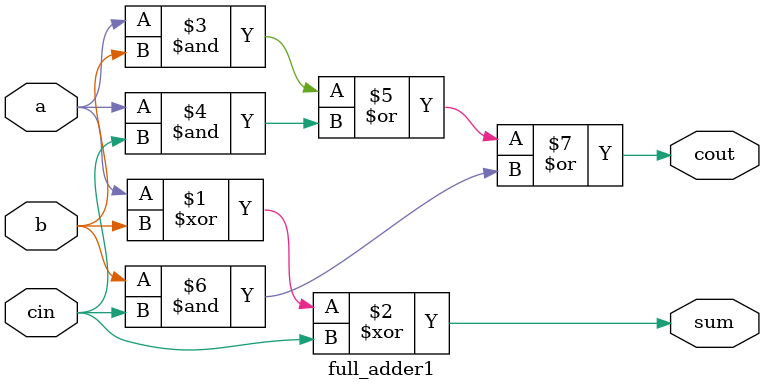
<source format=v>
/* 
    https://hdlbits.01xz.net/wiki/Adder100i
*/

/* 
    Create a 100-bit binary ripple-carry adder by instantiating 100 full adders. The adder adds two 100-bit numbers and a carry-in to produce a 100-bit sum and carry out. To encourage you to actually instantiate full adders, also output the carry-out from each full adder in the ripple-carry adder. cout[99] is the final carry-out from the last full adder, and is the carry-out you usually see.

    Hint:
    There are many full adders to instantiate. An instance array or generate statement would help here.
*/

module top_module( 
    input [99:0] a, b,
    input cin,
    output [99:0] cout,
    output [99:0] sum );

    full_adder1 inst1 (
        .a(a[0]),
        .b(b[0]),
        .cin(cin),
        .cout(cout[0]),
        .sum(sum[0])
    );

    genvar i;

    generate
        for (i=1; i<100; i++)
        begin : Full_adder_block
            full_adder1 inst2 (
                .a(a[i]),
                .b(b[i]),
                .cin(cout[i - 1]),
                .cout(cout[i]),
                .sum(sum[i])
            );
        end
    endgenerate

    /* solution2 */
    // assign sum[0] = a[0] ^ b[0] ^ cin;
    // assign cout[0] = (a[0] & b[0]) | (a[0] & cin) | (b[0] & cin);
    // always @(*) begin
    //     for (integer i=1; i<100; i++) begin
    //         sum[i] = a[i] ^ b[i] ^ cout[i-1];
    //         cout[i] = (a[i] & b[i]) | (a[i] & cout[i-1]) | (b[i] & cout[i-1]);
    //     end
    // end

endmodule

module full_adder1( 
    input a, b, cin,
    output cout, sum );

    // assign {cout, sum} = a + b + cin;
    assign sum = a ^ b ^ cin;
    assign cout = (a & b) | (a & cin) | (b & cin);

endmodule
</source>
